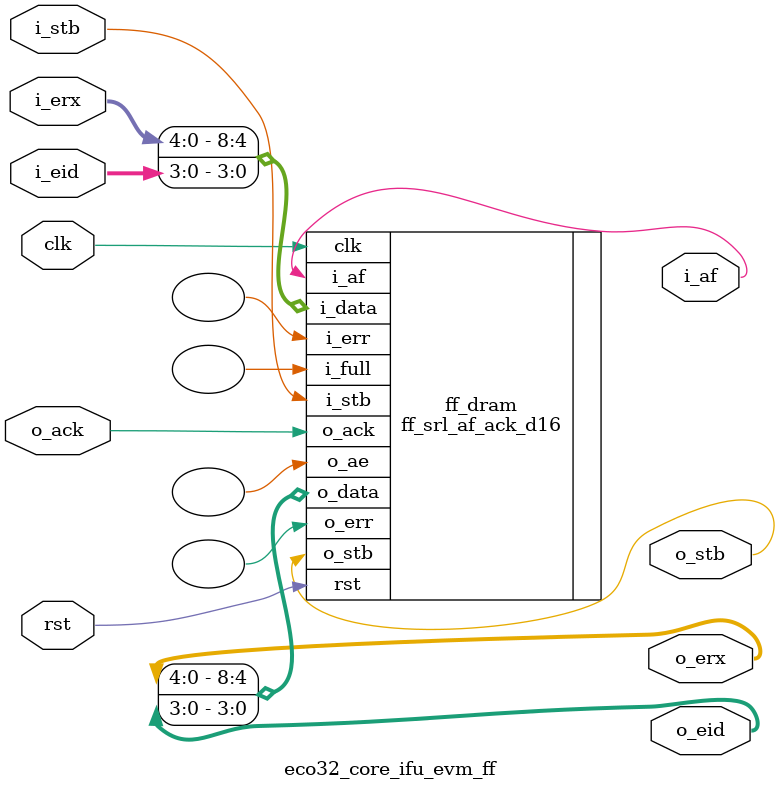
<source format=v>
`default_nettype none
`timescale 1ns / 1ns      
//=============================================================================================
module eco32_core_ifu_evm_ff
(
input  wire             clk,
input  wire             rst,   

input  wire             i_stb,
input  wire     [4:0]   i_erx,
input  wire     [3:0]   i_eid,
output wire             i_af,

output wire             o_stb,
output wire     [4:0]   o_erx,
output wire     [3:0]   o_eid,
input  wire             o_ack
);      
//============================================================================================= 
ff_srl_af_ack_d16
#(
.WIDTH(9), 
.AF0LIMIT(6'd2),
.AF1LIMIT(6'd2)
)   
ff_dram
(             
.clk        (clk),
.rst        (rst),
                 
.i_stb  (i_stb),  
.i_data ({i_erx, i_eid}),
.i_af   (i_af),
.i_full (), 
.i_err  (), 

.o_stb  (o_stb),
.o_ack  (o_ack),
.o_data ({o_erx, o_eid}), 
.o_ae   (),    
.o_err  ()
);                                                                                           
//=============================================================================================
endmodule
</source>
